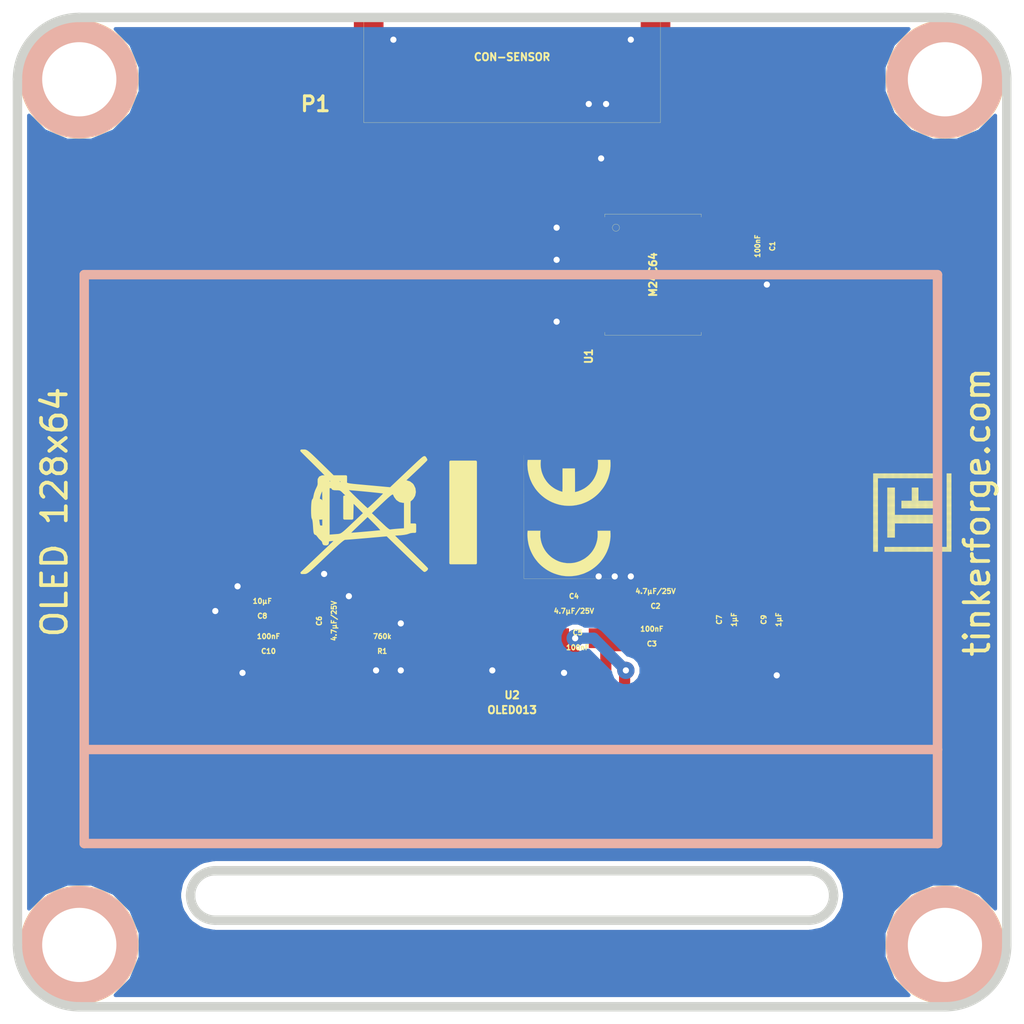
<source format=kicad_pcb>
(kicad_pcb (version 4) (host pcbnew 0.201506202246+5796~23~ubuntu15.04.1-product)
  (title_block (title "OLED 128x64 Bricklet") (date "Fr 19 Jun 2015") (rev 1.0) (company "Tinkerforfge GmbH") (comment 1 "Licensed under CERN OHL v.1.1") (comment 2 "Copyright (©) 2015, B.Nordmeyer <bastian@tinkerforge.com>"))
  (layers (0 F.Cu signal) (31 B.Cu signal) (34 B.Paste user) (35 F.Paste user) (36 B.SilkS user) (37 F.SilkS user) (38 B.Mask user) (39 F.Mask user) (44 Edge.Cuts user))
  (net 0 "")
  (net 1 3V3)
  (net 2 GND)
  (net 3 "Net-(P1-Pad4)")
  (net 4 "Net-(P1-Pad5)")
  (net 5 "Net-(P1-Pad6)")
  (net 6 "Net-(P1-Pad7)")
  (net 7 "Net-(C6-Pad2)")
  (net 8 "Net-(P1-Pad8)")
  (net 9 "Net-(C7-Pad1)")
  (net 10 "Net-(C7-Pad2)")
  (net 11 "Net-(C10-Pad2)")
  (net 12 "Net-(C9-Pad1)")
  (net 13 "Net-(C9-Pad2)")
  (net 14 "Net-(P1-Pad9)")
  (net 15 "Net-(P1-Pad10)")
  (net 16 "Net-(R1-Pad1)")
  (module kicad-libraries:0603 (layer F.Cu) (at 164.4 130.9 90)
    (fp_text reference C1 (at 0.05 0.225 90) (layer F.SilkS) (effects (font (size 0.2 0.2) (thickness 0.05))))
    (fp_text value 100nF (at 0.05 -0.375 90) (layer F.SilkS) (effects (font (size 0.2 0.2) (thickness 0.05))))
    (pad 1 smd rect (at -0.8001 0 90) (size 0.8001 0.8001) (layers F.Cu F.Paste F.Mask) (net 2 GND))
    (pad 2 smd rect (at 0.8001 0 90) (size 0.8001 0.8001) (layers F.Cu F.Paste F.Mask) (net 1 3V3))
  )
  (module kicad-libraries:0805 (layer F.Cu) (at 159.9 145.2)
    (fp_text reference C2 (at 0 0.2) (layer F.SilkS) (effects (font (size 0.2 0.2) (thickness 0.05))))
    (fp_text value 4.7µF/25V (at 0 -0.4) (layer F.SilkS) (effects (font (size 0.2 0.2) (thickness 0.05))))
    (pad 1 smd rect (at -1.00076 0) (size 1.00076 1.24968) (layers F.Cu F.Paste F.Mask) (net 2 GND) (clearance 0.14986))
    (pad 2 smd rect (at 1.00076 0) (size 1.00076 1.24968) (layers F.Cu F.Paste F.Mask) (net 1 3V3) (clearance 0.14986))
  )
  (module kicad-libraries:0603 (layer F.Cu) (at 159.7 146.7)
    (fp_text reference C3 (at 0.05 0.225) (layer F.SilkS) (effects (font (size 0.2 0.2) (thickness 0.05))))
    (fp_text value 100nF (at 0.05 -0.375) (layer F.SilkS) (effects (font (size 0.2 0.2) (thickness 0.05))))
    (pad 1 smd rect (at -0.8001 0) (size 0.8001 0.8001) (layers F.Cu F.Paste F.Mask) (net 2 GND))
    (pad 2 smd rect (at 0.8001 0) (size 0.8001 0.8001) (layers F.Cu F.Paste F.Mask) (net 1 3V3))
  )
  (module kicad-libraries:0805 (layer F.Cu) (at 156.6 145.2 180)
    (fp_text reference C4 (at 0 0.2 180) (layer F.SilkS) (effects (font (size 0.2 0.2) (thickness 0.05))))
    (fp_text value 4.7µF/25V (at 0 -0.4 180) (layer F.SilkS) (effects (font (size 0.2 0.2) (thickness 0.05))))
    (pad 1 smd rect (at -1.00076 0 180) (size 1.00076 1.24968) (layers F.Cu F.Paste F.Mask) (net 2 GND) (clearance 0.14986))
    (pad 2 smd rect (at 1.00076 0 180) (size 1.00076 1.24968) (layers F.Cu F.Paste F.Mask) (net 1 3V3) (clearance 0.14986))
  )
  (module kicad-libraries:0603 (layer F.Cu) (at 156.8 146.7 180)
    (fp_text reference C5 (at 0.05 0.225 180) (layer F.SilkS) (effects (font (size 0.2 0.2) (thickness 0.05))))
    (fp_text value 100nF (at 0.05 -0.375 180) (layer F.SilkS) (effects (font (size 0.2 0.2) (thickness 0.05))))
    (pad 1 smd rect (at -0.8001 0 180) (size 0.8001 0.8001) (layers F.Cu F.Paste F.Mask) (net 2 GND))
    (pad 2 smd rect (at 0.8001 0 180) (size 0.8001 0.8001) (layers F.Cu F.Paste F.Mask) (net 1 3V3))
  )
  (module kicad-libraries:0805 (layer F.Cu) (at 146.5 146 270)
    (fp_text reference C6 (at 0 0.2 270) (layer F.SilkS) (effects (font (size 0.2 0.2) (thickness 0.05))))
    (fp_text value 4.7µF/25V (at 0 -0.4 270) (layer F.SilkS) (effects (font (size 0.2 0.2) (thickness 0.05))))
    (pad 1 smd rect (at -1.00076 0 270) (size 1.00076 1.24968) (layers F.Cu F.Paste F.Mask) (net 2 GND) (clearance 0.14986))
    (pad 2 smd rect (at 1.00076 0 270) (size 1.00076 1.24968) (layers F.Cu F.Paste F.Mask) (net 7 "Net-(C6-Pad2)") (clearance 0.14986))
  )
  (module kicad-libraries:0603 (layer F.Cu) (at 162.7 145.9 270)
    (fp_text reference C7 (at 0.05 0.225 270) (layer F.SilkS) (effects (font (size 0.2 0.2) (thickness 0.05))))
    (fp_text value 1µF (at 0.05 -0.375 270) (layer F.SilkS) (effects (font (size 0.2 0.2) (thickness 0.05))))
    (pad 1 smd rect (at -0.8001 0 270) (size 0.8001 0.8001) (layers F.Cu F.Paste F.Mask) (net 9 "Net-(C7-Pad1)"))
    (pad 2 smd rect (at 0.8001 0 270) (size 0.8001 0.8001) (layers F.Cu F.Paste F.Mask) (net 10 "Net-(C7-Pad2)"))
  )
  (module kicad-libraries:0805 (layer F.Cu) (at 144 145.6)
    (fp_text reference C8 (at 0 0.2) (layer F.SilkS) (effects (font (size 0.2 0.2) (thickness 0.05))))
    (fp_text value 10µF (at 0 -0.4) (layer F.SilkS) (effects (font (size 0.2 0.2) (thickness 0.05))))
    (pad 1 smd rect (at -1.00076 0) (size 1.00076 1.24968) (layers F.Cu F.Paste F.Mask) (net 2 GND) (clearance 0.14986))
    (pad 2 smd rect (at 1.00076 0) (size 1.00076 1.24968) (layers F.Cu F.Paste F.Mask) (net 11 "Net-(C10-Pad2)") (clearance 0.14986))
  )
  (module kicad-libraries:0603 (layer F.Cu) (at 164.5 145.9 270)
    (fp_text reference C9 (at 0.05 0.225 270) (layer F.SilkS) (effects (font (size 0.2 0.2) (thickness 0.05))))
    (fp_text value 1µF (at 0.05 -0.375 270) (layer F.SilkS) (effects (font (size 0.2 0.2) (thickness 0.05))))
    (pad 1 smd rect (at -0.8001 0 270) (size 0.8001 0.8001) (layers F.Cu F.Paste F.Mask) (net 12 "Net-(C9-Pad1)"))
    (pad 2 smd rect (at 0.8001 0 270) (size 0.8001 0.8001) (layers F.Cu F.Paste F.Mask) (net 13 "Net-(C9-Pad2)"))
  )
  (module kicad-libraries:0603 (layer F.Cu) (at 144.2 147)
    (fp_text reference C10 (at 0.05 0.225) (layer F.SilkS) (effects (font (size 0.2 0.2) (thickness 0.05))))
    (fp_text value 100nF (at 0.05 -0.375) (layer F.SilkS) (effects (font (size 0.2 0.2) (thickness 0.05))))
    (pad 1 smd rect (at -0.8001 0) (size 0.8001 0.8001) (layers F.Cu F.Paste F.Mask) (net 2 GND))
    (pad 2 smd rect (at 0.8001 0) (size 0.8001 0.8001) (layers F.Cu F.Paste F.Mask) (net 11 "Net-(C10-Pad2)"))
  )
  (module kicad-libraries:CON-SENSOR (layer F.Cu) (at 154.1 121.6 180)
    (fp_text reference P1 (at 7.9502 -3.50012 180) (layer F.SilkS) (effects (font (size 0.59944 0.59944) (thickness 0.12446))))
    (fp_text value CON-SENSOR (at 0 -1.6002 180) (layer F.SilkS) (effects (font (size 0.29972 0.29972) (thickness 0.07112))))
    (pad 1 smd rect (at -4.50088 -4.7752 180) (size 0.59944 1.5494) (layers F.Cu F.Paste F.Mask))
    (pad 2 smd rect (at -3.50012 -4.7752 180) (size 0.59944 1.5494) (layers F.Cu F.Paste F.Mask) (net 2 GND))
    (pad 3 smd rect (at -2.49936 -4.7752 180) (size 0.59944 1.5494) (layers F.Cu F.Paste F.Mask) (net 1 3V3))
    (pad 4 smd rect (at -1.50114 -4.7752 180) (size 0.59944 1.5494) (layers F.Cu F.Paste F.Mask) (net 3 "Net-(P1-Pad4)"))
    (pad 5 smd rect (at -0.50038 -4.7752 180) (size 0.59944 1.5494) (layers F.Cu F.Paste F.Mask) (net 4 "Net-(P1-Pad5)"))
    (pad 6 smd rect (at 0.50038 -4.7752 180) (size 0.59944 1.5494) (layers F.Cu F.Paste F.Mask) (net 5 "Net-(P1-Pad6)"))
    (pad 7 smd rect (at 1.50114 -4.7752 180) (size 0.59944 1.5494) (layers F.Cu F.Paste F.Mask) (net 6 "Net-(P1-Pad7)"))
    (pad 8 smd rect (at 2.49936 -4.7752 180) (size 0.59944 1.5494) (layers F.Cu F.Paste F.Mask) (net 8 "Net-(P1-Pad8)"))
    (pad 9 smd rect (at 3.50012 -4.7752 180) (size 0.59944 1.5494) (layers F.Cu F.Paste F.Mask) (net 14 "Net-(P1-Pad9)"))
    (pad 10 smd rect (at 4.50088 -4.7752 180) (size 0.59944 1.5494) (layers F.Cu F.Paste F.Mask) (net 15 "Net-(P1-Pad10)"))
    (pad EP smd rect (at -5.79882 -0.89916 180) (size 1.19888 1.80086) (layers F.Cu F.Paste F.Mask) (net 2 GND))
    (pad EP smd rect (at 5.79882 -0.89916 180) (size 1.19888 1.80086) (layers F.Cu F.Paste F.Mask) (net 2 GND))
  )
  (module kicad-libraries:0603 (layer F.Cu) (at 148.8 147)
    (fp_text reference R1 (at 0.05 0.225) (layer F.SilkS) (effects (font (size 0.2 0.2) (thickness 0.05))))
    (fp_text value 760k (at 0.05 -0.375) (layer F.SilkS) (effects (font (size 0.2 0.2) (thickness 0.05))))
    (pad 1 smd rect (at -0.8001 0) (size 0.8001 0.8001) (layers F.Cu F.Paste F.Mask) (net 16 "Net-(R1-Pad1)"))
    (pad 2 smd rect (at 0.8001 0) (size 0.8001 0.8001) (layers F.Cu F.Paste F.Mask) (net 2 GND))
  )
  (module kicad-libraries:SOIC8 (layer F.Cu) (at 159.8 132 270)
    (fp_text reference U1 (at 3.29946 2.60096 270) (layer F.SilkS) (effects (font (size 0.29972 0.29972) (thickness 0.0762))))
    (fp_text value M24C64 (at 0 0 270) (layer F.SilkS) (effects (font (size 0.29972 0.29972) (thickness 0.0762))))
    (pad 1 smd rect (at -1.90246 2.69748 90) (size 0.59944 1.5494) (layers F.Cu F.Paste F.Mask) (net 2 GND))
    (pad 2 smd rect (at -0.63246 2.69748 90) (size 0.59944 1.5494) (layers F.Cu F.Paste F.Mask) (net 2 GND))
    (pad 3 smd rect (at 0.63246 2.69748 90) (size 0.59944 1.5494) (layers F.Cu F.Paste F.Mask) (net 5 "Net-(P1-Pad6)"))
    (pad 4 smd rect (at 1.90246 2.69748 90) (size 0.59944 1.5494) (layers F.Cu F.Paste F.Mask) (net 2 GND))
    (pad 5 smd rect (at 1.90246 -2.69748 270) (size 0.59944 1.5494) (layers F.Cu F.Paste F.Mask) (net 4 "Net-(P1-Pad5)"))
    (pad 6 smd rect (at 0.63246 -2.69748 270) (size 0.59944 1.5494) (layers F.Cu F.Paste F.Mask) (net 3 "Net-(P1-Pad4)"))
    (pad 7 smd rect (at -0.63246 -2.69748 270) (size 0.59944 1.5494) (layers F.Cu F.Paste F.Mask))
    (pad 8 smd rect (at -1.90246 -2.69748 270) (size 0.59944 1.5494) (layers F.Cu F.Paste F.Mask) (net 1 3V3))
  )
  (module kicad-libraries:OLED013 (layer F.Cu) (at 154.1 149.6 180)
    (fp_text reference U2 (at 0 0.6 180) (layer F.SilkS) (effects (font (size 0.3 0.3) (thickness 0.075))))
    (fp_text value OLED013 (at 0 0 180) (layer F.SilkS) (effects (font (size 0.3 0.3) (thickness 0.075))))
    (pad 1 smd rect (at -10.14984 0) (size 0.29972 1.99898) (layers F.Cu F.Paste F.Mask) (net 2 GND))
    (pad 2 smd rect (at -9.4488 0) (size 0.29972 1.99898) (layers F.Cu F.Paste F.Mask) (net 13 "Net-(C9-Pad2)"))
    (pad 3 smd rect (at -8.74776 0) (size 0.29972 1.99898) (layers F.Cu F.Paste F.Mask) (net 12 "Net-(C9-Pad1)"))
    (pad 4 smd rect (at -8.04926 0) (size 0.29972 1.99898) (layers F.Cu F.Paste F.Mask) (net 10 "Net-(C7-Pad2)"))
    (pad 5 smd rect (at -7.34822 0) (size 0.29972 1.99898) (layers F.Cu F.Paste F.Mask) (net 9 "Net-(C7-Pad1)"))
    (pad 6 smd rect (at -6.64972 0) (size 0.29972 1.99898) (layers F.Cu F.Paste F.Mask) (net 1 3V3))
    (pad 7 smd rect (at -5.94868 0) (size 0.29972 1.99898) (layers F.Cu F.Paste F.Mask))
    (pad 8 smd rect (at -5.24764 0) (size 0.29972 1.99898) (layers F.Cu F.Paste F.Mask) (net 2 GND))
    (pad 9 smd rect (at -4.54914 0) (size 0.29972 1.99898) (layers F.Cu F.Paste F.Mask) (net 1 3V3))
    (pad 10 smd rect (at -3.8481 0) (size 0.29972 1.99898) (layers F.Cu F.Paste F.Mask) (net 2 GND))
    (pad 11 smd rect (at -3.1496 0) (size 0.29972 1.99898) (layers F.Cu F.Paste F.Mask) (net 1 3V3))
    (pad 12 smd rect (at -2.44856 0) (size 0.29972 1.99898) (layers F.Cu F.Paste F.Mask) (net 2 GND))
    (pad 13 smd rect (at -1.74752 0) (size 0.29972 1.99898) (layers F.Cu F.Paste F.Mask) (net 2 GND))
    (pad 14 smd rect (at -1.04902 0) (size 0.29972 1.99898) (layers F.Cu F.Paste F.Mask) (net 6 "Net-(P1-Pad7)"))
    (pad 15 smd rect (at -0.34798 0) (size 0.29972 1.99898) (layers F.Cu F.Paste F.Mask) (net 8 "Net-(P1-Pad8)"))
    (pad 16 smd rect (at 0.34798 0) (size 0.29972 1.99898) (layers F.Cu F.Paste F.Mask) (net 2 GND))
    (pad 17 smd rect (at 1.04902 0) (size 0.29972 1.99898) (layers F.Cu F.Paste F.Mask) (net 2 GND))
    (pad 18 smd rect (at 1.74752 0) (size 0.29972 1.99898) (layers F.Cu F.Paste F.Mask) (net 14 "Net-(P1-Pad9)"))
    (pad 19 smd rect (at 2.44856 0) (size 0.29972 1.99898) (layers F.Cu F.Paste F.Mask) (net 15 "Net-(P1-Pad10)"))
    (pad 20 smd rect (at 3.1496 0) (size 0.29972 1.99898) (layers F.Cu F.Paste F.Mask) (net 15 "Net-(P1-Pad10)"))
    (pad 21 smd rect (at 3.8481 0) (size 0.29972 1.99898) (layers F.Cu F.Paste F.Mask) (net 2 GND))
    (pad 22 smd rect (at 4.54914 0) (size 0.29972 1.99898) (layers F.Cu F.Paste F.Mask) (net 2 GND))
    (pad 23 smd rect (at 5.24764 0) (size 0.29972 1.99898) (layers F.Cu F.Paste F.Mask) (net 2 GND))
    (pad 24 smd rect (at 5.94868 0) (size 0.29972 1.99898) (layers F.Cu F.Paste F.Mask) (net 2 GND))
    (pad 25 smd rect (at 6.64972 0) (size 0.29972 1.99898) (layers F.Cu F.Paste F.Mask) (net 2 GND))
    (pad 26 smd rect (at 7.34822 0) (size 0.29972 1.99898) (layers F.Cu F.Paste F.Mask) (net 16 "Net-(R1-Pad1)"))
    (pad 27 smd rect (at 8.04926 0) (size 0.29972 1.99898) (layers F.Cu F.Paste F.Mask) (net 7 "Net-(C6-Pad2)"))
    (pad 28 smd rect (at 8.74776 0) (size 0.29972 1.99898) (layers F.Cu F.Paste F.Mask) (net 11 "Net-(C10-Pad2)"))
    (pad 29 smd rect (at 9.4488 0) (size 0.29972 1.99898) (layers F.Cu F.Paste F.Mask) (net 2 GND))
    (pad 30 smd rect (at 10.14984 0) (size 0.29972 1.99898) (layers F.Cu F.Paste F.Mask) (net 2 GND))
  )
  (module kicad-libraries:DRILL_NP (layer F.Cu) (at 136.6 159.1)
    (fp_text reference U3 hide)
    (fp_text value DRILL hide)
    (pad "" np_thru_hole circle (at 0 0) (size 2.99974 2.99974) (drill 2.99974) (layers *.Cu *.Mask F.SilkS) (clearance 0.89916))
  )
  (module kicad-libraries:DRILL_NP (layer F.Cu) (at 136.6 124.1)
    (fp_text reference U4 hide)
    (fp_text value DRILL hide)
    (pad "" np_thru_hole circle (at 0 0) (size 2.99974 2.99974) (drill 2.99974) (layers *.Cu *.Mask F.SilkS) (clearance 0.89916))
  )
  (module kicad-libraries:DRILL_NP (layer F.Cu) (at 171.6 124.1)
    (fp_text reference U5 hide)
    (fp_text value DRILL hide)
    (pad "" np_thru_hole circle (at 0 0) (size 2.99974 2.99974) (drill 2.99974) (layers *.Cu *.Mask F.SilkS) (clearance 0.89916))
  )
  (module kicad-libraries:DRILL_NP (layer F.Cu) (at 171.6 159.1)
    (fp_text reference U6 hide)
    (fp_text value DRILL hide)
    (pad "" np_thru_hole circle (at 0 0) (size 2.99974 2.99974) (drill 2.99974) (layers *.Cu *.Mask F.SilkS) (clearance 0.89916))
  )
  (module kicad-libraries:Logo_31x31 (layer F.Cu) (at 168.7 143.2 90)
    (fp_text reference G*** hide)
    (fp_text value Logo_31x31 hide)
  )
  (module kicad-libraries:WEEE_7mm (layer F.Cu) (at 149.1 141.6 90)
    (fp_text reference G*** hide)
    (fp_text value LOGO hide)
  )
  (module kicad-libraries:CE_5mm (layer F.Cu) (at 156.4 141.8 90)
    (fp_text reference VAL hide)
    (fp_text value CE_5mm hide)
  )
  (module kicad-libraries:Fiducial_Mark (layer F.Cu) (at 167.1 123.1)
    (fp_text reference Fiducial_Mark hide)
    (fp_text value VAL** hide)
    (pad 1 smd circle (at 0 0) (size 1.00076 1.00076) (layers F.Cu F.Mask) (clearance 0.65024))
  )
  (module kicad-libraries:Fiducial_Mark (layer F.Cu) (at 141.1 123.1)
    (fp_text reference Fiducial_Mark hide)
    (fp_text value VAL** hide)
    (pad 1 smd circle (at 0 0) (size 1.00076 1.00076) (layers F.Cu F.Mask) (clearance 0.65024))
  )
  (module kicad-libraries:Fiducial_Mark (layer F.Cu) (at 169.6 154.6)
    (fp_text reference Fiducial_Mark hide)
    (fp_text value VAL** hide)
    (pad 1 smd circle (at 0 0) (size 1.00076 1.00076) (layers F.Cu F.Mask) (clearance 0.65024))
  )
  (gr_arc (start 142.1 157.1) (end 142.1 158.1) (angle 90) (layer Edge.Cuts) (width 0.381))
  (gr_arc (start 142.1 157.1) (end 141.1 157.1) (angle 90) (layer Edge.Cuts) (width 0.381))
  (gr_arc (start 166.1 157.1) (end 166.1 156.1) (angle 90) (layer Edge.Cuts) (width 0.381))
  (gr_arc (start 166.1 157.1) (end 167.1 157.1) (angle 90) (layer Edge.Cuts) (width 0.381))
  (gr_line (start 166.1 158.1) (end 142.1 158.1) (angle 90) (layer Edge.Cuts) (width 0.381))
  (gr_line (start 142.1 156.1) (end 166.1 156.1) (angle 90) (layer Edge.Cuts) (width 0.381))
  (gr_line (start 171.3 155) (end 171.3 151.2) (angle 90) (layer B.SilkS) (width 0.381))
  (gr_line (start 136.8 155) (end 171.3 155) (angle 90) (layer B.SilkS) (width 0.381))
  (gr_line (start 136.8 151.2) (end 136.8 155) (angle 90) (layer B.SilkS) (width 0.381))
  (gr_line (start 171.6 121.6) (end 136.6 121.6) (angle 90) (layer Edge.Cuts) (width 0.381))
  (gr_line (start 174.1 159.1) (end 174.1 124.1) (angle 90) (layer Edge.Cuts) (width 0.381))
  (gr_line (start 136.6 161.6) (end 171.6 161.6) (angle 90) (layer Edge.Cuts) (width 0.381))
  (gr_line (start 134.1 124.1) (end 134.1 159.1) (angle 90) (layer Edge.Cuts) (width 0.381))
  (gr_line (start 136.8 151.2) (end 136.8 132) (angle 90) (layer B.SilkS) (width 0.381))
  (gr_line (start 171.3 151.2) (end 136.8 151.2) (angle 90) (layer B.SilkS) (width 0.381))
  (gr_line (start 171.3 132) (end 171.3 151.2) (angle 90) (layer B.SilkS) (width 0.381))
  (gr_line (start 136.8 132) (end 171.3 132) (angle 90) (layer B.SilkS) (width 0.381))
  (gr_text "OLED 128x64" (at 135.6 141.6 90) (layer F.SilkS) (effects (font (size 1 1))))
  (gr_text tinkerforge.com (at 172.9 141.6 90) (layer F.SilkS) (effects (font (size 1 1))))
  (gr_arc (start 171.6 124.1) (end 171.6 121.6) (angle 90) (layer Edge.Cuts) (width 0.381))
  (gr_arc (start 136.6 124.1) (end 134.1 124.1) (angle 90) (layer Edge.Cuts) (width 0.381))
  (gr_arc (start 136.6 159.1) (end 136.6 161.6) (angle 90) (layer Edge.Cuts) (width 0.381))
  (gr_arc (start 171.6 159.1) (end 174.1 159.1) (angle 90) (layer Edge.Cuts) (width 0.381))
  (segment (start 166 142.1) (end 166 129.3) (width 0.5) (layer F.Cu) (net 1))
  (segment (start 161.7 143.3) (end 164.8 143.3) (width 0.5) (layer F.Cu) (net 1))
  (segment (start 164.8 143.3) (end 166 142.1) (width 0.5) (layer F.Cu) (net 1))
  (segment (start 164.8 128.1) (end 163.4 128.1) (width 0.5) (layer F.Cu) (net 1))
  (segment (start 166 129.3) (end 164.8 128.1) (width 0.5) (layer F.Cu) (net 1))
  (segment (start 158.64914 149.6) (end 158.64914 148.05086) (width 0.45) (layer F.Cu) (net 1))
  (segment (start 156.65 146.7) (end 155.9999 146.7) (width 0.45) (layer F.Cu) (net 1))
  (via (at 156.65 146.7) (size 0.7) (layers F.Cu B.Cu) (net 1))
  (segment (start 157.4 146.7) (end 156.65 146.7) (width 0.45) (layer B.Cu) (net 1))
  (segment (start 158.7 148) (end 157.4 146.7) (width 0.45) (layer B.Cu) (net 1))
  (via (at 158.7 148) (size 0.7) (layers F.Cu B.Cu) (net 1))
  (segment (start 158.64914 148.05086) (end 158.7 148) (width 0.45) (layer F.Cu) (net 1))
  (segment (start 162.49748 130.09754) (end 164.39764 130.09754) (width 0.254) (layer F.Cu) (net 1))
  (segment (start 164.39764 130.09754) (end 164.4 130.0999) (width 0.254) (layer F.Cu) (net 1))
  (segment (start 161.7 143.3) (end 156.5 143.3) (width 0.5) (layer F.Cu) (net 1))
  (segment (start 155.59924 144.20076) (end 155.59924 145.2) (width 0.5) (layer F.Cu) (net 1))
  (segment (start 156.5 143.3) (end 155.59924 144.20076) (width 0.5) (layer F.Cu) (net 1))
  (segment (start 160.90076 145.2) (end 160.90076 143.99924) (width 0.5) (layer F.Cu) (net 1))
  (segment (start 161.6 143.3) (end 161.7 143.3) (width 0.5) (layer F.Cu) (net 1))
  (segment (start 160.90076 143.99924) (end 161.6 143.3) (width 0.5) (layer F.Cu) (net 1))
  (segment (start 156.59936 126.3752) (end 156.59936 127.39936) (width 0.5) (layer F.Cu) (net 1))
  (segment (start 157.3 128.1) (end 163.4 128.1) (width 0.5) (layer F.Cu) (net 1))
  (segment (start 156.59936 127.39936) (end 157.3 128.1) (width 0.5) (layer F.Cu) (net 1))
  (segment (start 164.4 129.1) (end 164.4 130.0999) (width 0.5) (layer F.Cu) (net 1))
  (segment (start 163.4 128.1) (end 164.4 129.1) (width 0.5) (layer F.Cu) (net 1))
  (segment (start 155.9999 146.7) (end 155.9999 145.60066) (width 0.45) (layer F.Cu) (net 1))
  (segment (start 155.9999 145.60066) (end 155.59924 145.2) (width 0.45) (layer F.Cu) (net 1))
  (segment (start 157.2496 149.6) (end 157.2496 147.9497) (width 0.45) (layer F.Cu) (net 1))
  (segment (start 157.2496 147.9497) (end 156.8999 147.6) (width 0.45) (layer F.Cu) (net 1))
  (segment (start 156.8999 147.6) (end 155.9999 146.7) (width 0.45) (layer F.Cu) (net 1))
  (segment (start 160.90076 145.2) (end 160.90076 145.69924) (width 0.45) (layer F.Cu) (net 1))
  (segment (start 160.90076 145.69924) (end 160.5001 146.0999) (width 0.45) (layer F.Cu) (net 1))
  (segment (start 160.5001 146.0999) (end 160.5001 146.7) (width 0.45) (layer F.Cu) (net 1))
  (segment (start 160.74972 149.6) (end 160.74972 147.84972) (width 0.45) (layer F.Cu) (net 1))
  (segment (start 160.5001 147.6001) (end 160.5001 146.7) (width 0.45) (layer F.Cu) (net 1))
  (segment (start 160.74972 147.84972) (end 160.5001 147.6001) (width 0.45) (layer F.Cu) (net 1))
  (segment (start 159.34764 149.6) (end 159.34764 148.55236) (width 0.45) (layer F.Cu) (net 2))
  (segment (start 159.55 147.65) (end 158.9 147) (width 0.45) (layer F.Cu) (net 2))
  (segment (start 159.55 148.35) (end 159.55 147.65) (width 0.45) (layer F.Cu) (net 2))
  (segment (start 159.34764 148.55236) (end 159.55 148.35) (width 0.45) (layer F.Cu) (net 2))
  (segment (start 158.9 147) (end 158.15 147) (width 0.45) (layer F.Cu) (net 2))
  (segment (start 157.9481 149.6) (end 157.9481 148.658498) (width 0.45) (layer F.Cu) (net 2))
  (segment (start 157.9481 148.658498) (end 157.889602 148.6) (width 0.45) (layer F.Cu) (net 2))
  (segment (start 157.889602 147.260398) (end 158.15 147) (width 0.45) (layer F.Cu) (net 2))
  (segment (start 158.15 147) (end 158.25 146.9) (width 0.45) (layer F.Cu) (net 2))
  (segment (start 157.889602 148.6) (end 157.889602 147.260398) (width 0.45) (layer F.Cu) (net 2))
  (segment (start 157.9481 147.2019) (end 158.25 146.9) (width 0.45) (layer F.Cu) (net 2))
  (segment (start 157.9481 147.2019) (end 158.25 146.9) (width 0.45) (layer F.Cu) (net 2))
  (segment (start 148.30118 122.49916) (end 149.29916 122.49916) (width 0.254) (layer F.Cu) (net 2))
  (via (at 149.3 122.5) (size 0.7) (layers F.Cu B.Cu) (net 2))
  (segment (start 149.29916 122.49916) (end 149.3 122.5) (width 0.254) (layer F.Cu) (net 2))
  (segment (start 159.89882 122.49916) (end 158.90084 122.49916) (width 0.254) (layer F.Cu) (net 2))
  (via (at 158.9 122.5) (size 0.7) (layers F.Cu B.Cu) (net 2))
  (segment (start 158.90084 122.49916) (end 158.9 122.5) (width 0.254) (layer F.Cu) (net 2))
  (segment (start 164.4 131.7001) (end 164.4 132.4) (width 0.254) (layer F.Cu) (net 2))
  (via (at 164.4 132.4) (size 0.7) (layers F.Cu B.Cu) (net 2))
  (segment (start 157.10252 133.90246) (end 155.90246 133.90246) (width 0.254) (layer F.Cu) (net 2))
  (via (at 155.9 133.9) (size 0.7) (layers F.Cu B.Cu) (net 2))
  (segment (start 155.90246 133.90246) (end 155.9 133.9) (width 0.254) (layer F.Cu) (net 2))
  (segment (start 157.10252 131.36754) (end 155.93246 131.36754) (width 0.254) (layer F.Cu) (net 2))
  (via (at 155.9 131.4) (size 0.7) (layers F.Cu B.Cu) (net 2))
  (segment (start 155.93246 131.36754) (end 155.9 131.4) (width 0.254) (layer F.Cu) (net 2))
  (segment (start 157.10252 130.09754) (end 155.90246 130.09754) (width 0.254) (layer F.Cu) (net 2))
  (via (at 155.9 130.1) (size 0.7) (layers F.Cu B.Cu) (net 2))
  (segment (start 155.90246 130.09754) (end 155.9 130.1) (width 0.254) (layer F.Cu) (net 2))
  (segment (start 157.60012 126.3752) (end 157.60012 127.20012) (width 0.5) (layer F.Cu) (net 2))
  (via (at 157.7 127.3) (size 0.7) (layers F.Cu B.Cu) (net 2))
  (segment (start 157.60012 127.20012) (end 157.7 127.3) (width 0.5) (layer F.Cu) (net 2))
  (segment (start 157.60012 126.3752) (end 157.60012 125.39988) (width 0.5) (layer F.Cu) (net 2))
  (via (at 157.9 125.1) (size 0.7) (layers F.Cu B.Cu) (net 2))
  (segment (start 157.60012 125.39988) (end 157.9 125.1) (width 0.5) (layer F.Cu) (net 2))
  (segment (start 157.60012 126.3752) (end 157.60012 125.50012) (width 0.5) (layer F.Cu) (net 2))
  (via (at 157.2 125.1) (size 0.7) (layers F.Cu B.Cu) (net 2))
  (segment (start 157.60012 125.50012) (end 157.2 125.1) (width 0.5) (layer F.Cu) (net 2))
  (segment (start 158.89924 145.2) (end 158.89924 144.20076) (width 0.45) (layer F.Cu) (net 2))
  (via (at 158.9 144.2) (size 0.7) (layers F.Cu B.Cu) (net 2))
  (segment (start 158.89924 144.20076) (end 158.9 144.2) (width 0.45) (layer F.Cu) (net 2))
  (segment (start 158.25 145.2) (end 158.25 144.2) (width 0.45) (layer F.Cu) (net 2))
  (via (at 158.25 144.2) (size 0.7) (layers F.Cu B.Cu) (net 2))
  (segment (start 157.60076 145.2) (end 157.60076 144.20076) (width 0.45) (layer F.Cu) (net 2))
  (via (at 157.6 144.2) (size 0.7) (layers F.Cu B.Cu) (net 2))
  (segment (start 157.60076 144.20076) (end 157.6 144.2) (width 0.45) (layer F.Cu) (net 2))
  (segment (start 149.6001 147) (end 149.6001 146.1001) (width 0.45) (layer F.Cu) (net 2))
  (via (at 149.6 146.1) (size 0.7) (layers F.Cu B.Cu) (net 2))
  (segment (start 149.6001 146.1001) (end 149.6 146.1) (width 0.45) (layer F.Cu) (net 2))
  (segment (start 146.5 144.99924) (end 147.49924 144.99924) (width 0.45) (layer F.Cu) (net 2))
  (via (at 147.5 145) (size 0.7) (layers F.Cu B.Cu) (net 2))
  (segment (start 147.49924 144.99924) (end 147.5 145) (width 0.45) (layer F.Cu) (net 2))
  (segment (start 146.5 144.99924) (end 146.5 144.1) (width 0.45) (layer F.Cu) (net 2))
  (via (at 146.5 144.1) (size 0.7) (layers F.Cu B.Cu) (net 2))
  (segment (start 142.99924 145.6) (end 142.1 145.6) (width 0.45) (layer F.Cu) (net 2))
  (via (at 142.1 145.6) (size 0.7) (layers F.Cu B.Cu) (net 2))
  (segment (start 142.99924 145.6) (end 142.99924 144.60076) (width 0.45) (layer F.Cu) (net 2))
  (via (at 143 144.6) (size 0.7) (layers F.Cu B.Cu) (net 2))
  (segment (start 142.99924 144.60076) (end 143 144.6) (width 0.45) (layer F.Cu) (net 2))
  (segment (start 149.6001 147) (end 149.6001 147.9999) (width 0.45) (layer F.Cu) (net 2))
  (via (at 149.6 148) (size 0.7) (layers F.Cu B.Cu) (net 2))
  (segment (start 149.6001 147.9999) (end 149.6 148) (width 0.254) (layer F.Cu) (net 2))
  (segment (start 148.85236 149.6) (end 148.85236 148.25236) (width 0.254) (layer F.Cu) (net 2))
  (segment (start 148.2 148.4) (end 148.6 148) (width 0.254) (layer F.Cu) (net 2))
  (via (at 148.6 148) (size 0.7) (layers F.Cu B.Cu) (net 2))
  (segment (start 148.2 148.4) (end 147.7 148.4) (width 0.254) (layer F.Cu) (net 2))
  (segment (start 148.85236 148.25236) (end 148.6 148) (width 0.254) (layer F.Cu) (net 2))
  (segment (start 149.55086 149.6) (end 149.55086 148.04914) (width 0.254) (layer F.Cu) (net 2))
  (segment (start 149.6 148) (end 150.2519 148.6519) (width 0.254) (layer F.Cu) (net 2))
  (segment (start 149.55086 148.04914) (end 149.6 148) (width 0.254) (layer F.Cu) (net 2))
  (segment (start 150.2519 149.6) (end 150.2519 148.6519) (width 0.254) (layer F.Cu) (net 2))
  (segment (start 147.45028 149.6) (end 147.45028 148.54972) (width 0.254) (layer F.Cu) (net 2))
  (segment (start 148.15132 148.55132) (end 148.15132 149.6) (width 0.254) (layer F.Cu) (net 2))
  (segment (start 148 148.4) (end 148.15132 148.55132) (width 0.254) (layer F.Cu) (net 2))
  (segment (start 147.6 148.4) (end 147.7 148.4) (width 0.254) (layer F.Cu) (net 2))
  (segment (start 147.7 148.4) (end 148 148.4) (width 0.254) (layer F.Cu) (net 2))
  (segment (start 147.45028 148.54972) (end 147.6 148.4) (width 0.254) (layer F.Cu) (net 2))
  (segment (start 153.05098 149.6) (end 153.05098 148.24902) (width 0.254) (layer F.Cu) (net 2))
  (segment (start 153.75202 148.45202) (end 153.3 148) (width 0.254) (layer F.Cu) (net 2))
  (via (at 153.3 148) (size 0.7) (layers F.Cu B.Cu) (net 2))
  (segment (start 153.75202 148.45202) (end 153.75202 149.6) (width 0.254) (layer F.Cu) (net 2))
  (segment (start 153.05098 148.24902) (end 153.3 148) (width 0.254) (layer F.Cu) (net 2))
  (segment (start 143.3999 147) (end 143.3999 146.00066) (width 0.45) (layer F.Cu) (net 2))
  (segment (start 143.3999 146.00066) (end 142.99924 145.6) (width 0.45) (layer F.Cu) (net 2))
  (segment (start 144.6512 149.6) (end 144.6512 148.3512) (width 0.45) (layer F.Cu) (net 2))
  (segment (start 144.6512 148.3512) (end 143.3999 147.0999) (width 0.45) (layer F.Cu) (net 2))
  (segment (start 143.3999 147.0999) (end 143.3999 147) (width 0.45) (layer F.Cu) (net 2))
  (segment (start 158.89924 145.2) (end 158.25 145.2) (width 0.45) (layer F.Cu) (net 2))
  (segment (start 158.25 145.2) (end 157.60076 145.2) (width 0.45) (layer F.Cu) (net 2))
  (segment (start 158.25 146.95) (end 158.25 146.9) (width 0.45) (layer F.Cu) (net 2))
  (segment (start 158.25 146.9) (end 158.25 145.35) (width 0.45) (layer F.Cu) (net 2))
  (segment (start 158.25 145.35) (end 158.1 145.2) (width 0.45) (layer F.Cu) (net 2))
  (segment (start 158.1 145.2) (end 157.60076 145.2) (width 0.45) (layer F.Cu) (net 2))
  (segment (start 158.8999 146.7) (end 158 146.7) (width 0.45) (layer F.Cu) (net 2))
  (segment (start 158 146.7) (end 157.6001 146.7) (width 0.45) (layer F.Cu) (net 2))
  (segment (start 158.25 146.95) (end 158 146.7) (width 0.45) (layer F.Cu) (net 2))
  (segment (start 158 146.7) (end 157.6001 146.7) (width 0.45) (layer F.Cu) (net 2))
  (segment (start 156.54856 149.6) (end 156.54856 148.44856) (width 0.45) (layer F.Cu) (net 2))
  (segment (start 155.84752 148.45248) (end 156.2 148.1) (width 0.45) (layer F.Cu) (net 2))
  (via (at 156.2 148.1) (size 0.7) (layers F.Cu B.Cu) (net 2))
  (segment (start 155.84752 148.45248) (end 155.84752 149.6) (width 0.45) (layer F.Cu) (net 2))
  (segment (start 156.54856 148.44856) (end 156.2 148.1) (width 0.45) (layer F.Cu) (net 2))
  (via (at 164.8 148.2) (size 0.7) (layers F.Cu B.Cu) (net 2))
  (segment (start 164.24984 148.75016) (end 164.8 148.2) (width 0.254) (layer F.Cu) (net 2))
  (segment (start 164.24984 149.6) (end 164.24984 148.75016) (width 0.254) (layer F.Cu) (net 2))
  (via (at 143.2 148.1) (size 0.7) (layers F.Cu B.Cu) (net 2))
  (segment (start 143.95016 148.85016) (end 143.2 148.1) (width 0.254) (layer F.Cu) (net 2))
  (segment (start 143.95016 149.6) (end 143.95016 148.85016) (width 0.254) (layer F.Cu) (net 2))
  (segment (start 155.60114 126.3752) (end 155.60114 127.40114) (width 0.254) (layer F.Cu) (net 3))
  (segment (start 160.63246 132.63246) (end 162.49748 132.63246) (width 0.254) (layer F.Cu) (net 3))
  (segment (start 160.1 132.1) (end 160.63246 132.63246) (width 0.254) (layer F.Cu) (net 3))
  (segment (start 160.1 130.1) (end 160.1 132.1) (width 0.254) (layer F.Cu) (net 3))
  (segment (start 158.7 128.7) (end 160.1 130.1) (width 0.254) (layer F.Cu) (net 3))
  (segment (start 156.9 128.7) (end 158.7 128.7) (width 0.254) (layer F.Cu) (net 3))
  (segment (start 155.60114 127.40114) (end 156.9 128.7) (width 0.254) (layer F.Cu) (net 3))
  (segment (start 154.60038 126.3752) (end 154.60038 127.40038) (width 0.254) (layer F.Cu) (net 4))
  (segment (start 160.70246 133.90246) (end 162.49748 133.90246) (width 0.254) (layer F.Cu) (net 4))
  (segment (start 159.5 132.7) (end 160.70246 133.90246) (width 0.254) (layer F.Cu) (net 4))
  (segment (start 159.5 130.5) (end 159.5 132.7) (width 0.254) (layer F.Cu) (net 4))
  (segment (start 158.3 129.3) (end 159.5 130.5) (width 0.254) (layer F.Cu) (net 4))
  (segment (start 156.5 129.3) (end 158.3 129.3) (width 0.254) (layer F.Cu) (net 4))
  (segment (start 154.60038 127.40038) (end 156.5 129.3) (width 0.254) (layer F.Cu) (net 4))
  (segment (start 153.59962 126.3752) (end 153.59962 131.19962) (width 0.254) (layer F.Cu) (net 5))
  (segment (start 155.03246 132.63246) (end 157.10252 132.63246) (width 0.254) (layer F.Cu) (net 5))
  (segment (start 153.59962 131.19962) (end 155.03246 132.63246) (width 0.254) (layer F.Cu) (net 5))
  (segment (start 152.59886 134.4) (end 152.59886 126.3752) (width 0.254) (layer F.Cu) (net 6))
  (segment (start 155.14902 149.6) (end 155.14902 147.74902) (width 0.254) (layer F.Cu) (net 6))
  (segment (start 152.59886 145.19886) (end 152.59886 134.4) (width 0.254) (layer F.Cu) (net 6))
  (segment (start 152.59886 134.4) (end 152.59886 134.3752) (width 0.254) (layer F.Cu) (net 6))
  (segment (start 155.14902 147.74902) (end 152.59886 145.19886) (width 0.254) (layer F.Cu) (net 6))
  (segment (start 146.05074 149.6) (end 146.05074 148.14926) (width 0.45) (layer F.Cu) (net 7))
  (segment (start 146.5 147.7) (end 146.5 147.00076) (width 0.45) (layer F.Cu) (net 7))
  (segment (start 146.05074 148.14926) (end 146.5 147.7) (width 0.45) (layer F.Cu) (net 7))
  (segment (start 151.8 136.1) (end 151.8 128.1) (width 0.254) (layer F.Cu) (net 8))
  (segment (start 154.44798 148.14798) (end 151.8 145.5) (width 0.254) (layer F.Cu) (net 8))
  (segment (start 151.8 145.5) (end 151.8 136.1) (width 0.254) (layer F.Cu) (net 8))
  (segment (start 151.8 128.1) (end 151.60064 127.90064) (width 0.254) (layer F.Cu) (net 8))
  (segment (start 151.60064 126.3752) (end 151.60064 127.90064) (width 0.254) (layer F.Cu) (net 8))
  (segment (start 154.44798 148.14798) (end 154.44798 149.6) (width 0.254) (layer F.Cu) (net 8))
  (segment (start 162.7 145.0999) (end 162.7 145.4) (width 0.45) (layer F.Cu) (net 9))
  (segment (start 162.7 145.4) (end 162.3 145.8) (width 0.45) (layer F.Cu) (net 9))
  (segment (start 162.3 145.8) (end 162.1 145.8) (width 0.45) (layer F.Cu) (net 9))
  (segment (start 162.1 145.8) (end 161.7 146.2) (width 0.45) (layer F.Cu) (net 9))
  (segment (start 161.7 146.2) (end 161.7 147.1) (width 0.45) (layer F.Cu) (net 9))
  (segment (start 161.7 147.1) (end 161.44822 147.35178) (width 0.45) (layer F.Cu) (net 9))
  (segment (start 161.44822 147.35178) (end 161.44822 149.6) (width 0.45) (layer F.Cu) (net 9))
  (segment (start 162.45 147.35) (end 162.45 146.9501) (width 0.45) (layer F.Cu) (net 10))
  (segment (start 162.45 146.9501) (end 162.7 146.7001) (width 0.45) (layer F.Cu) (net 10))
  (segment (start 162.14926 149.6) (end 162.14926 147.65074) (width 0.45) (layer F.Cu) (net 10))
  (segment (start 162.14926 147.65074) (end 162.45 147.35) (width 0.45) (layer F.Cu) (net 10))
  (segment (start 145.0001 147) (end 145.0001 145.60066) (width 0.45) (layer F.Cu) (net 11))
  (segment (start 145.0001 145.60066) (end 145.00076 145.6) (width 0.45) (layer F.Cu) (net 11))
  (segment (start 145.35224 149.6) (end 145.35224 148.05224) (width 0.45) (layer F.Cu) (net 11))
  (segment (start 145.0001 147.7001) (end 145.0001 147) (width 0.45) (layer F.Cu) (net 11))
  (segment (start 145.35224 148.05224) (end 145.0001 147.7001) (width 0.45) (layer F.Cu) (net 11))
  (segment (start 162.84776 149.6) (end 162.84776 148.05224) (width 0.45) (layer F.Cu) (net 12))
  (segment (start 163.6 145.9999) (end 164.5 145.0999) (width 0.45) (layer F.Cu) (net 12))
  (segment (start 163.6 147.3) (end 163.6 145.9999) (width 0.45) (layer F.Cu) (net 12))
  (segment (start 162.84776 148.05224) (end 163.6 147.3) (width 0.45) (layer F.Cu) (net 12))
  (segment (start 163.5488 149.6) (end 163.5488 148.3512) (width 0.45) (layer F.Cu) (net 13))
  (segment (start 164.5 147.4) (end 164.5 146.7001) (width 0.45) (layer F.Cu) (net 13))
  (segment (start 163.5488 148.3512) (end 164.5 147.4) (width 0.45) (layer F.Cu) (net 13))
  (segment (start 151.2 136.7) (end 151.2 128.7) (width 0.254) (layer F.Cu) (net 14))
  (segment (start 152.35248 147.55248) (end 151.2 146.4) (width 0.254) (layer F.Cu) (net 14))
  (segment (start 151.2 146.4) (end 151.2 136.7) (width 0.254) (layer F.Cu) (net 14))
  (segment (start 151.2 128.7) (end 150.59988 128.09988) (width 0.254) (layer F.Cu) (net 14))
  (segment (start 150.59988 126.3752) (end 150.59988 128.09988) (width 0.254) (layer F.Cu) (net 14))
  (segment (start 152.35248 147.55248) (end 152.35248 149.6) (width 0.254) (layer F.Cu) (net 14))
  (segment (start 150.5 137.5) (end 150.5 129.5) (width 0.254) (layer F.Cu) (net 15))
  (segment (start 151 147.1) (end 150.5 146.6) (width 0.254) (layer F.Cu) (net 15))
  (segment (start 150.5 146.6) (end 150.5 137.5) (width 0.254) (layer F.Cu) (net 15))
  (segment (start 150.5 129.5) (end 149.59912 128.59912) (width 0.254) (layer F.Cu) (net 15))
  (segment (start 149.59912 128.59912) (end 149.59912 126.3752) (width 0.254) (layer F.Cu) (net 15))
  (segment (start 150.9504 149.6) (end 150.9504 147.1496) (width 0.254) (layer F.Cu) (net 15))
  (segment (start 150.9504 147.1496) (end 151 147.1) (width 0.254) (layer F.Cu) (net 15))
  (segment (start 151.65144 149.6) (end 151.65144 147.75144) (width 0.254) (layer F.Cu) (net 15))
  (segment (start 151.65144 147.75144) (end 151 147.1) (width 0.254) (layer F.Cu) (net 15))
  (segment (start 146.75178 149.6) (end 146.75178 148.44822) (width 0.45) (layer F.Cu) (net 16))
  (segment (start 147.9999 147.4001) (end 147.9999 147) (width 0.45) (layer F.Cu) (net 16))
  (segment (start 147.55 147.85) (end 147.9999 147.4001) (width 0.45) (layer F.Cu) (net 16))
  (segment (start 147.35 147.85) (end 147.55 147.85) (width 0.45) (layer F.Cu) (net 16))
  (segment (start 146.75178 148.44822) (end 147.35 147.85) (width 0.45) (layer F.Cu) (net 16))
  (zone (net 2) (net_name GND) (layer B.Cu) (connect_pads (clearance 0.2)) (min_thickness 0.15) (fill yes (arc_segments 16) (thermal_gap 0) (thermal_bridge_width 0.2))
    (polygon (pts (xy 134.1 121.6) (xy 174.1 121.6) (xy 174.1 161.6) (xy 134.1 161.6)))
  )
)
</source>
